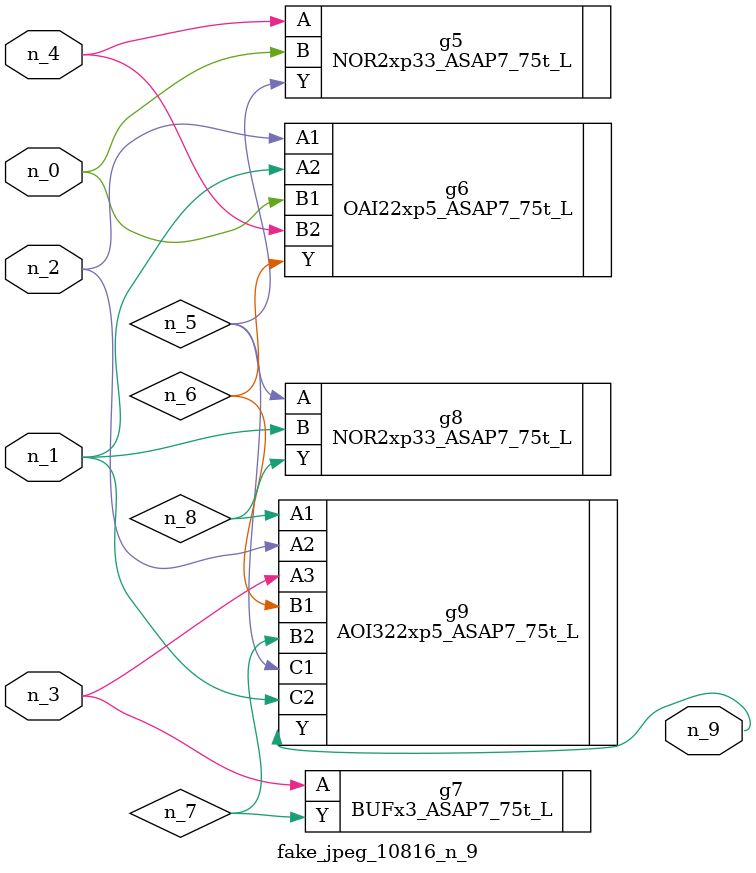
<source format=v>
module fake_jpeg_10816_n_9 (n_3, n_2, n_1, n_0, n_4, n_9);

input n_3;
input n_2;
input n_1;
input n_0;
input n_4;

output n_9;

wire n_8;
wire n_6;
wire n_5;
wire n_7;

NOR2xp33_ASAP7_75t_L g5 ( 
.A(n_4),
.B(n_0),
.Y(n_5)
);

OAI22xp5_ASAP7_75t_L g6 ( 
.A1(n_2),
.A2(n_1),
.B1(n_0),
.B2(n_4),
.Y(n_6)
);

BUFx3_ASAP7_75t_L g7 ( 
.A(n_3),
.Y(n_7)
);

NOR2xp33_ASAP7_75t_L g8 ( 
.A(n_5),
.B(n_1),
.Y(n_8)
);

AOI322xp5_ASAP7_75t_L g9 ( 
.A1(n_8),
.A2(n_2),
.A3(n_3),
.B1(n_6),
.B2(n_7),
.C1(n_5),
.C2(n_1),
.Y(n_9)
);


endmodule
</source>
